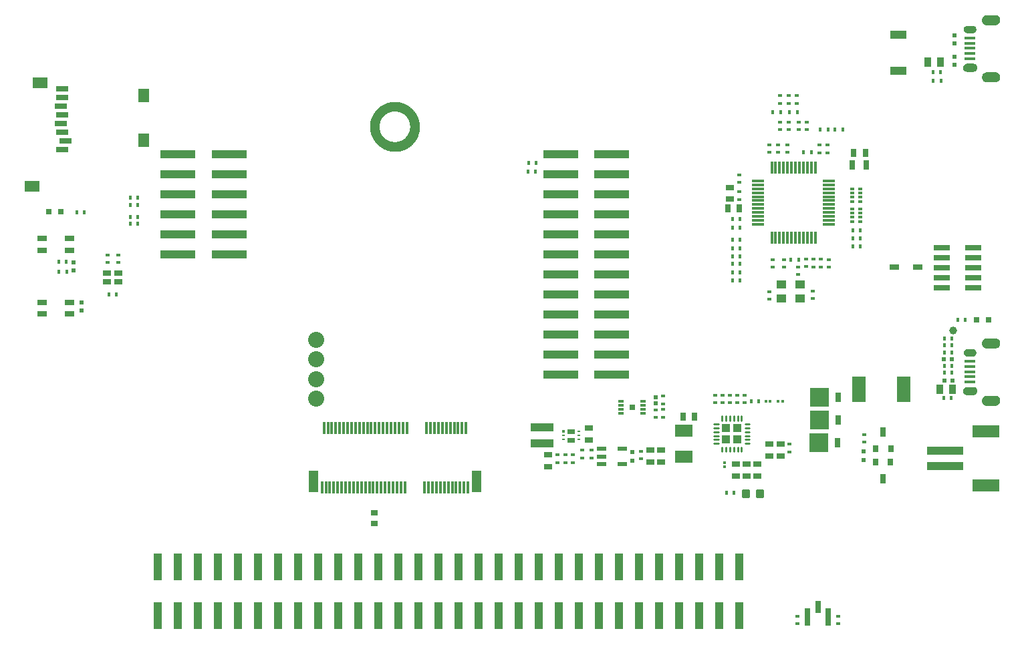
<source format=gtp>
G75*
%MOIN*%
%OFA0B0*%
%FSLAX25Y25*%
%IPPOS*%
%LPD*%
%AMOC8*
5,1,8,0,0,1.08239X$1,22.5*
%
%ADD10R,0.05000X0.02500*%
%ADD11R,0.02400X0.01800*%
%ADD12R,0.01600X0.01400*%
%ADD13R,0.01800X0.02400*%
%ADD14R,0.08071X0.04331*%
%ADD15R,0.04100X0.02800*%
%ADD16R,0.02800X0.04100*%
%ADD17R,0.01772X0.02165*%
%ADD18R,0.03000X0.05000*%
%ADD19R,0.09200X0.09700*%
%ADD20C,0.01181*%
%ADD21R,0.08268X0.02756*%
%ADD22R,0.03346X0.04921*%
%ADD23R,0.01181X0.06102*%
%ADD24R,0.04724X0.10827*%
%ADD25R,0.18110X0.03937*%
%ADD26R,0.13386X0.06299*%
%ADD27R,0.03346X0.02756*%
%ADD28R,0.11811X0.03937*%
%ADD29R,0.03150X0.04724*%
%ADD30R,0.09055X0.06496*%
%ADD31R,0.02756X0.03150*%
%ADD32R,0.03150X0.08661*%
%ADD33R,0.02874X0.05906*%
%ADD34R,0.03150X0.03740*%
%ADD35R,0.03150X0.04921*%
%ADD36R,0.02165X0.01772*%
%ADD37R,0.01400X0.01600*%
%ADD38R,0.07087X0.12598*%
%ADD39R,0.02362X0.02362*%
%ADD40R,0.03937X0.03150*%
%ADD41R,0.01969X0.01575*%
%ADD42R,0.01969X0.01181*%
%ADD43C,0.03937*%
%ADD44R,0.01181X0.05906*%
%ADD45R,0.05906X0.01181*%
%ADD46C,0.00906*%
%ADD47R,0.04331X0.04331*%
%ADD48R,0.04724X0.02165*%
%ADD49R,0.01772X0.01378*%
%ADD50R,0.01772X0.00984*%
%ADD51C,0.00039*%
%ADD52R,0.05512X0.01575*%
%ADD53C,0.00100*%
%ADD54R,0.05906X0.03150*%
%ADD55R,0.07480X0.05512*%
%ADD56R,0.05512X0.07087*%
%ADD57R,0.04724X0.04331*%
%ADD58R,0.03937X0.13780*%
%ADD59C,0.08000*%
%ADD60R,0.03150X0.01181*%
%ADD61R,0.02600X0.02600*%
%ADD62R,0.02362X0.02165*%
%ADD63R,0.17717X0.04016*%
%ADD64R,0.04724X0.02756*%
%ADD65R,0.01969X0.01969*%
%ADD66C,0.04500*%
D10*
X0011433Y0172714D03*
X0011433Y0178639D03*
X0025213Y0178639D03*
X0025213Y0172714D03*
X0025213Y0204604D03*
X0025213Y0210529D03*
X0011433Y0210529D03*
X0011433Y0204604D03*
D11*
X0268611Y0102354D03*
X0268611Y0098554D03*
X0272411Y0098554D03*
X0272411Y0102354D03*
X0276311Y0102354D03*
X0276311Y0098554D03*
X0281011Y0100954D03*
X0281011Y0104754D03*
X0285611Y0104754D03*
X0285611Y0100954D03*
X0310311Y0100354D03*
X0310311Y0104154D03*
X0317397Y0121195D03*
X0321111Y0121254D03*
X0321111Y0125054D03*
X0321177Y0127913D03*
X0321177Y0131713D03*
X0317397Y0124995D03*
X0347211Y0128354D03*
X0350811Y0128354D03*
X0354511Y0128354D03*
X0358311Y0128354D03*
X0361911Y0128354D03*
X0361911Y0132154D03*
X0358311Y0132154D03*
X0354511Y0132154D03*
X0350811Y0132154D03*
X0347211Y0132154D03*
X0384311Y0107754D03*
X0384311Y0103954D03*
X0374111Y0180054D03*
X0374111Y0183854D03*
X0376011Y0196154D03*
X0376011Y0199954D03*
X0381411Y0199954D03*
X0381411Y0196154D03*
X0392498Y0196354D03*
X0396270Y0196280D03*
X0399894Y0196256D03*
X0399894Y0200056D03*
X0396270Y0200080D03*
X0392498Y0200154D03*
X0403993Y0199954D03*
X0403993Y0196154D03*
X0396011Y0184154D03*
X0396011Y0180354D03*
X0359211Y0229954D03*
X0359211Y0233754D03*
X0359211Y0238354D03*
X0359211Y0242154D03*
X0374211Y0253354D03*
X0374211Y0257154D03*
X0378411Y0257154D03*
X0378411Y0253354D03*
X0383211Y0253354D03*
X0383211Y0257154D03*
X0383811Y0264754D03*
X0383811Y0268554D03*
X0379611Y0268554D03*
X0379611Y0264754D03*
X0388911Y0264854D03*
X0388911Y0268654D03*
X0392811Y0268654D03*
X0392811Y0264854D03*
X0399211Y0257054D03*
X0399211Y0253254D03*
X0403211Y0253254D03*
X0403211Y0257054D03*
X0388011Y0277954D03*
X0388011Y0281754D03*
X0383811Y0281754D03*
X0383811Y0277954D03*
X0379611Y0277954D03*
X0379611Y0281754D03*
D12*
X0352011Y0098554D03*
X0352011Y0096354D03*
D13*
X0352811Y0083554D03*
X0356611Y0083554D03*
X0365194Y0129059D03*
X0368994Y0129059D03*
X0359511Y0189496D03*
X0355711Y0189496D03*
X0355711Y0193621D03*
X0359511Y0193621D03*
X0359511Y0197708D03*
X0355711Y0197708D03*
X0355799Y0201661D03*
X0359599Y0201661D03*
X0359511Y0205654D03*
X0355711Y0205654D03*
X0355711Y0209854D03*
X0359511Y0209854D03*
X0359511Y0215854D03*
X0355711Y0215854D03*
X0355711Y0220054D03*
X0359511Y0220054D03*
X0384911Y0199954D03*
X0388711Y0199954D03*
X0415811Y0206354D03*
X0419611Y0206354D03*
X0419511Y0210454D03*
X0415711Y0210454D03*
X0415711Y0214654D03*
X0419511Y0214654D03*
X0395111Y0253654D03*
X0391311Y0253654D03*
X0399611Y0264954D03*
X0403411Y0264954D03*
X0406911Y0264954D03*
X0410711Y0264954D03*
X0388111Y0273454D03*
X0384311Y0273454D03*
X0379711Y0273454D03*
X0375911Y0273454D03*
X0455911Y0289054D03*
X0459711Y0289054D03*
X0023666Y0198897D03*
X0019866Y0198897D03*
D14*
X0438523Y0294234D03*
X0438523Y0312226D03*
D15*
X0354511Y0236004D03*
X0354511Y0230104D03*
X0284211Y0115904D03*
X0284211Y0110004D03*
X0263811Y0102504D03*
X0263811Y0096604D03*
X0314711Y0098804D03*
X0320111Y0098904D03*
X0320111Y0104804D03*
X0314711Y0104704D03*
X0357411Y0097804D03*
X0362694Y0097804D03*
X0368211Y0097804D03*
X0368211Y0091904D03*
X0362694Y0091904D03*
X0357411Y0091904D03*
X0374076Y0101960D03*
X0379876Y0101960D03*
X0379876Y0107860D03*
X0374076Y0107860D03*
D16*
X0336961Y0121454D03*
X0331061Y0121454D03*
X0353361Y0225454D03*
X0359261Y0225454D03*
X0416161Y0253254D03*
X0422061Y0253254D03*
D17*
X0455861Y0293554D03*
X0459561Y0293554D03*
X0468161Y0169754D03*
X0471861Y0169754D03*
X0465261Y0160454D03*
X0465261Y0157054D03*
X0465261Y0153654D03*
X0461561Y0153654D03*
X0461561Y0157054D03*
X0461561Y0160454D03*
X0461461Y0146854D03*
X0461461Y0143354D03*
X0465161Y0143354D03*
X0465161Y0146854D03*
X0464861Y0130854D03*
X0461161Y0130854D03*
X0257621Y0243970D03*
X0253920Y0243970D03*
X0254020Y0248149D03*
X0257721Y0248149D03*
X0059214Y0230906D03*
X0055513Y0230906D03*
X0055513Y0227046D03*
X0059214Y0227046D03*
X0059114Y0221019D03*
X0059158Y0217740D03*
X0055457Y0217740D03*
X0055413Y0221019D03*
X0032658Y0223557D03*
X0028957Y0223557D03*
X0023717Y0193897D03*
X0020016Y0193897D03*
X0044716Y0182511D03*
X0048417Y0182511D03*
D18*
X0408160Y0108495D03*
X0408419Y0119861D03*
X0408395Y0131084D03*
D19*
X0399145Y0131084D03*
X0399169Y0119861D03*
X0398910Y0108495D03*
D20*
X0368086Y0084432D02*
X0368086Y0081676D01*
X0368086Y0084432D02*
X0370842Y0084432D01*
X0370842Y0081676D01*
X0368086Y0081676D01*
X0368086Y0082798D02*
X0370842Y0082798D01*
X0370842Y0083920D02*
X0368086Y0083920D01*
X0361180Y0084432D02*
X0361180Y0081676D01*
X0361180Y0084432D02*
X0363936Y0084432D01*
X0363936Y0081676D01*
X0361180Y0081676D01*
X0361180Y0082798D02*
X0363936Y0082798D01*
X0363936Y0083920D02*
X0361180Y0083920D01*
D21*
X0460063Y0185768D03*
X0460063Y0190768D03*
X0460063Y0195768D03*
X0460063Y0200768D03*
X0460063Y0205768D03*
X0475811Y0205768D03*
X0475811Y0200768D03*
X0475811Y0195768D03*
X0475811Y0190768D03*
X0475811Y0185768D03*
D22*
X0465361Y0135254D03*
X0459061Y0135254D03*
X0459561Y0298454D03*
X0453261Y0298454D03*
D23*
X0222929Y0115893D03*
X0220961Y0115893D03*
X0218992Y0115893D03*
X0217024Y0115893D03*
X0215055Y0115893D03*
X0213087Y0115893D03*
X0211118Y0115893D03*
X0209150Y0115893D03*
X0207181Y0115893D03*
X0205213Y0115893D03*
X0203244Y0115893D03*
X0193402Y0115893D03*
X0191433Y0115893D03*
X0189465Y0115893D03*
X0187496Y0115893D03*
X0185528Y0115893D03*
X0183559Y0115893D03*
X0181591Y0115893D03*
X0179622Y0115893D03*
X0177654Y0115893D03*
X0175685Y0115893D03*
X0173717Y0115893D03*
X0171748Y0115893D03*
X0169780Y0115893D03*
X0167811Y0115893D03*
X0165843Y0115893D03*
X0163874Y0115893D03*
X0161906Y0115893D03*
X0159937Y0115893D03*
X0157969Y0115893D03*
X0156000Y0115893D03*
X0154031Y0115893D03*
X0152063Y0115893D03*
X0151079Y0086169D03*
X0153047Y0086169D03*
X0155016Y0086169D03*
X0156984Y0086169D03*
X0158953Y0086169D03*
X0160921Y0086169D03*
X0162890Y0086169D03*
X0164858Y0086169D03*
X0166827Y0086169D03*
X0168795Y0086169D03*
X0170764Y0086169D03*
X0172732Y0086169D03*
X0174701Y0086169D03*
X0176669Y0086169D03*
X0178638Y0086169D03*
X0180606Y0086169D03*
X0182575Y0086169D03*
X0184543Y0086169D03*
X0186512Y0086169D03*
X0188480Y0086169D03*
X0190449Y0086169D03*
X0192417Y0086169D03*
X0202260Y0086169D03*
X0204228Y0086169D03*
X0206197Y0086169D03*
X0208165Y0086169D03*
X0210134Y0086169D03*
X0212102Y0086169D03*
X0214071Y0086169D03*
X0216039Y0086169D03*
X0218008Y0086169D03*
X0219976Y0086169D03*
X0221945Y0086169D03*
X0223913Y0086169D03*
D24*
X0228244Y0089220D03*
X0146748Y0089220D03*
D25*
X0461872Y0096706D03*
X0461872Y0104580D03*
D26*
X0482344Y0114029D03*
X0482344Y0087258D03*
D27*
X0177043Y0073395D03*
X0177043Y0068276D03*
D28*
X0261008Y0108205D03*
X0261008Y0116079D03*
D29*
X0415468Y0247254D03*
X0422554Y0247254D03*
D30*
X0331480Y0114673D03*
X0331480Y0101681D03*
D31*
X0477658Y0169854D03*
X0483564Y0169854D03*
X0020880Y0223744D03*
X0014975Y0223744D03*
D32*
X0393056Y0021387D03*
X0403686Y0021387D03*
D33*
X0398371Y0026426D03*
D34*
X0427180Y0098935D03*
X0427271Y0105417D03*
X0434751Y0105417D03*
X0434661Y0098935D03*
D35*
X0430920Y0090470D03*
X0431011Y0113882D03*
D36*
X0421411Y0112505D03*
X0421411Y0108804D03*
X0388611Y0192404D03*
X0388611Y0196105D03*
X0388311Y0021892D03*
X0388311Y0018191D03*
X0408557Y0018191D03*
X0408557Y0021892D03*
X0049619Y0198625D03*
X0049619Y0202326D03*
X0044107Y0202326D03*
X0044107Y0198625D03*
D37*
X0372394Y0129049D03*
X0374594Y0129049D03*
X0378594Y0129088D03*
X0380794Y0129088D03*
D38*
X0418973Y0135250D03*
X0441020Y0135250D03*
D39*
X0421311Y0104120D03*
X0421311Y0099789D03*
X0306011Y0099389D03*
X0306011Y0103720D03*
D40*
X0049616Y0188716D03*
X0049616Y0193047D03*
X0043710Y0193047D03*
X0043710Y0188716D03*
D41*
X0415443Y0218905D03*
X0419380Y0218905D03*
X0419380Y0225204D03*
X0419380Y0228905D03*
X0415443Y0228905D03*
X0415443Y0225204D03*
X0415443Y0235204D03*
X0419380Y0235204D03*
D42*
X0419380Y0233039D03*
X0419380Y0231070D03*
X0415443Y0231070D03*
X0415443Y0233039D03*
X0415443Y0223039D03*
X0415443Y0221070D03*
X0419380Y0221070D03*
X0419380Y0223039D03*
D43*
X0465711Y0164454D03*
D44*
X0397022Y0210854D03*
X0395054Y0210854D03*
X0393085Y0210854D03*
X0391117Y0210854D03*
X0389148Y0210854D03*
X0387180Y0210854D03*
X0385211Y0210854D03*
X0383243Y0210854D03*
X0381274Y0210854D03*
X0379306Y0210854D03*
X0377337Y0210854D03*
X0375369Y0210854D03*
X0375369Y0245894D03*
X0377337Y0245894D03*
X0379306Y0245894D03*
X0381274Y0245894D03*
X0383243Y0245894D03*
X0385211Y0245894D03*
X0387180Y0245894D03*
X0389148Y0245894D03*
X0391117Y0245894D03*
X0393085Y0245894D03*
X0395054Y0245894D03*
X0397022Y0245894D03*
D45*
X0403715Y0239201D03*
X0403715Y0237232D03*
X0403715Y0235264D03*
X0403715Y0233295D03*
X0403715Y0231327D03*
X0403715Y0229358D03*
X0403715Y0227390D03*
X0403715Y0225421D03*
X0403715Y0223453D03*
X0403715Y0221484D03*
X0403715Y0219516D03*
X0403715Y0217547D03*
X0368676Y0217547D03*
X0368676Y0219516D03*
X0368676Y0221484D03*
X0368676Y0223453D03*
X0368676Y0225421D03*
X0368676Y0227390D03*
X0368676Y0229358D03*
X0368676Y0231327D03*
X0368676Y0233295D03*
X0368676Y0235264D03*
X0368676Y0237232D03*
X0368676Y0239201D03*
D46*
X0360331Y0121843D02*
X0360331Y0119678D01*
X0358362Y0119678D02*
X0358362Y0121843D01*
X0356394Y0121843D02*
X0356394Y0119678D01*
X0354425Y0119678D02*
X0354425Y0121843D01*
X0352457Y0121843D02*
X0352457Y0119678D01*
X0350488Y0119678D02*
X0350488Y0121843D01*
X0348717Y0117906D02*
X0346551Y0117906D01*
X0346551Y0115938D02*
X0348717Y0115938D01*
X0348717Y0113969D02*
X0346551Y0113969D01*
X0346551Y0112001D02*
X0348717Y0112001D01*
X0348717Y0110032D02*
X0346551Y0110032D01*
X0346551Y0108064D02*
X0348717Y0108064D01*
X0350488Y0106292D02*
X0350488Y0104127D01*
X0352457Y0104127D02*
X0352457Y0106292D01*
X0354425Y0106292D02*
X0354425Y0104127D01*
X0356394Y0104127D02*
X0356394Y0106292D01*
X0358362Y0106292D02*
X0358362Y0104127D01*
X0360331Y0104127D02*
X0360331Y0106292D01*
X0362102Y0108064D02*
X0364268Y0108064D01*
X0364268Y0110032D02*
X0362102Y0110032D01*
X0362102Y0112001D02*
X0364268Y0112001D01*
X0364268Y0113969D02*
X0362102Y0113969D01*
X0362102Y0115938D02*
X0364268Y0115938D01*
X0364268Y0117906D02*
X0362102Y0117906D01*
D47*
X0358165Y0115741D03*
X0352654Y0115741D03*
X0352654Y0110229D03*
X0358165Y0110229D03*
D48*
X0300729Y0105395D03*
X0300729Y0097914D03*
X0290493Y0097914D03*
X0290493Y0101654D03*
X0290493Y0105395D03*
D49*
X0271372Y0114220D03*
D50*
X0271372Y0112054D03*
X0271372Y0110086D03*
X0279050Y0110086D03*
X0279050Y0112054D03*
X0279050Y0114023D03*
D51*
X0276983Y0114009D02*
X0273439Y0114009D01*
X0273439Y0114047D02*
X0276983Y0114047D01*
X0276983Y0114085D02*
X0273439Y0114085D01*
X0273439Y0114123D02*
X0276983Y0114123D01*
X0276983Y0114160D02*
X0273439Y0114160D01*
X0273439Y0114198D02*
X0276983Y0114198D01*
X0276983Y0114236D02*
X0273439Y0114236D01*
X0273439Y0114274D02*
X0276983Y0114274D01*
X0276983Y0114312D02*
X0273439Y0114312D01*
X0273439Y0114350D02*
X0276983Y0114350D01*
X0276983Y0114388D02*
X0273439Y0114388D01*
X0273439Y0114426D02*
X0276983Y0114426D01*
X0276983Y0114463D02*
X0273439Y0114463D01*
X0273439Y0114501D02*
X0276983Y0114501D01*
X0276983Y0114539D02*
X0273439Y0114539D01*
X0273439Y0114577D02*
X0276983Y0114577D01*
X0276983Y0114615D02*
X0273439Y0114615D01*
X0273439Y0114653D02*
X0276983Y0114653D01*
X0276983Y0114691D02*
X0273439Y0114691D01*
X0273439Y0114729D02*
X0276983Y0114729D01*
X0276983Y0114766D02*
X0273439Y0114766D01*
X0273439Y0114804D02*
X0276983Y0114804D01*
X0276983Y0114810D02*
X0276983Y0113236D01*
X0273439Y0113236D01*
X0273439Y0114810D01*
X0273636Y0114810D01*
X0273636Y0115204D01*
X0276786Y0115204D01*
X0276786Y0114810D01*
X0276983Y0114810D01*
X0276786Y0114842D02*
X0273636Y0114842D01*
X0273636Y0114880D02*
X0276786Y0114880D01*
X0276786Y0114918D02*
X0273636Y0114918D01*
X0273636Y0114956D02*
X0276786Y0114956D01*
X0276786Y0114994D02*
X0273636Y0114994D01*
X0273636Y0115032D02*
X0276786Y0115032D01*
X0276786Y0115070D02*
X0273636Y0115070D01*
X0273636Y0115107D02*
X0276786Y0115107D01*
X0276786Y0115145D02*
X0273636Y0115145D01*
X0273636Y0115183D02*
X0276786Y0115183D01*
X0276983Y0113971D02*
X0273439Y0113971D01*
X0273439Y0113933D02*
X0276983Y0113933D01*
X0276983Y0113895D02*
X0273439Y0113895D01*
X0273439Y0113857D02*
X0276983Y0113857D01*
X0276983Y0113819D02*
X0273439Y0113819D01*
X0273439Y0113782D02*
X0276983Y0113782D01*
X0276983Y0113744D02*
X0273439Y0113744D01*
X0273439Y0113706D02*
X0276983Y0113706D01*
X0276983Y0113668D02*
X0273439Y0113668D01*
X0273439Y0113630D02*
X0276983Y0113630D01*
X0276983Y0113592D02*
X0273439Y0113592D01*
X0273439Y0113554D02*
X0276983Y0113554D01*
X0276983Y0113516D02*
X0273439Y0113516D01*
X0273439Y0113479D02*
X0276983Y0113479D01*
X0276983Y0113441D02*
X0273439Y0113441D01*
X0273439Y0113403D02*
X0276983Y0113403D01*
X0276983Y0113365D02*
X0273439Y0113365D01*
X0273439Y0113327D02*
X0276983Y0113327D01*
X0276983Y0113289D02*
X0273439Y0113289D01*
X0273439Y0113251D02*
X0276983Y0113251D01*
X0276983Y0110873D02*
X0273439Y0110873D01*
X0273439Y0109299D01*
X0273636Y0109299D01*
X0273636Y0108905D01*
X0276786Y0108905D01*
X0276786Y0109299D01*
X0276983Y0109299D01*
X0276983Y0110873D01*
X0276983Y0110865D02*
X0273439Y0110865D01*
X0273439Y0110827D02*
X0276983Y0110827D01*
X0276983Y0110789D02*
X0273439Y0110789D01*
X0273439Y0110751D02*
X0276983Y0110751D01*
X0276983Y0110713D02*
X0273439Y0110713D01*
X0273439Y0110675D02*
X0276983Y0110675D01*
X0276983Y0110637D02*
X0273439Y0110637D01*
X0273439Y0110600D02*
X0276983Y0110600D01*
X0276983Y0110562D02*
X0273439Y0110562D01*
X0273439Y0110524D02*
X0276983Y0110524D01*
X0276983Y0110486D02*
X0273439Y0110486D01*
X0273439Y0110448D02*
X0276983Y0110448D01*
X0276983Y0110410D02*
X0273439Y0110410D01*
X0273439Y0110372D02*
X0276983Y0110372D01*
X0276983Y0110334D02*
X0273439Y0110334D01*
X0273439Y0110296D02*
X0276983Y0110296D01*
X0276983Y0110259D02*
X0273439Y0110259D01*
X0273439Y0110221D02*
X0276983Y0110221D01*
X0276983Y0110183D02*
X0273439Y0110183D01*
X0273439Y0110145D02*
X0276983Y0110145D01*
X0276983Y0110107D02*
X0273439Y0110107D01*
X0273439Y0110069D02*
X0276983Y0110069D01*
X0276983Y0110031D02*
X0273439Y0110031D01*
X0273439Y0109993D02*
X0276983Y0109993D01*
X0276983Y0109956D02*
X0273439Y0109956D01*
X0273439Y0109918D02*
X0276983Y0109918D01*
X0276983Y0109880D02*
X0273439Y0109880D01*
X0273439Y0109842D02*
X0276983Y0109842D01*
X0276983Y0109804D02*
X0273439Y0109804D01*
X0273439Y0109766D02*
X0276983Y0109766D01*
X0276983Y0109728D02*
X0273439Y0109728D01*
X0273439Y0109690D02*
X0276983Y0109690D01*
X0276983Y0109652D02*
X0273439Y0109652D01*
X0273439Y0109615D02*
X0276983Y0109615D01*
X0276983Y0109577D02*
X0273439Y0109577D01*
X0273439Y0109539D02*
X0276983Y0109539D01*
X0276983Y0109501D02*
X0273439Y0109501D01*
X0273439Y0109463D02*
X0276983Y0109463D01*
X0276983Y0109425D02*
X0273439Y0109425D01*
X0273439Y0109387D02*
X0276983Y0109387D01*
X0276983Y0109349D02*
X0273439Y0109349D01*
X0273439Y0109312D02*
X0276983Y0109312D01*
X0276786Y0109274D02*
X0273636Y0109274D01*
X0273636Y0109236D02*
X0276786Y0109236D01*
X0276786Y0109198D02*
X0273636Y0109198D01*
X0273636Y0109160D02*
X0276786Y0109160D01*
X0276786Y0109122D02*
X0273636Y0109122D01*
X0273636Y0109084D02*
X0276786Y0109084D01*
X0276786Y0109046D02*
X0273636Y0109046D01*
X0273636Y0109009D02*
X0276786Y0109009D01*
X0276786Y0108971D02*
X0273636Y0108971D01*
X0273636Y0108933D02*
X0276786Y0108933D01*
D52*
X0474131Y0138869D03*
X0474131Y0141428D03*
X0474131Y0143987D03*
X0474131Y0146546D03*
X0474131Y0149105D03*
X0474131Y0300286D03*
X0474131Y0302845D03*
X0474131Y0305404D03*
X0474131Y0307963D03*
X0474131Y0310522D03*
D53*
X0472737Y0313304D02*
X0472381Y0313344D01*
X0472043Y0313463D01*
X0471739Y0313653D01*
X0471486Y0313906D01*
X0471295Y0314210D01*
X0471177Y0314548D01*
X0471137Y0314904D01*
X0471180Y0315282D01*
X0471305Y0315642D01*
X0471508Y0315964D01*
X0471777Y0316233D01*
X0472099Y0316436D01*
X0472459Y0316561D01*
X0472837Y0316604D01*
X0475637Y0316604D01*
X0475949Y0316569D01*
X0476244Y0316465D01*
X0476510Y0316299D01*
X0476732Y0316077D01*
X0476898Y0315811D01*
X0477002Y0315516D01*
X0477037Y0315204D01*
X0477037Y0314704D01*
X0477002Y0314393D01*
X0476898Y0314097D01*
X0476732Y0313831D01*
X0476510Y0313609D01*
X0476244Y0313443D01*
X0475949Y0313339D01*
X0475637Y0313304D01*
X0472737Y0313304D01*
X0472365Y0313350D02*
X0475979Y0313350D01*
X0476253Y0313448D02*
X0472083Y0313448D01*
X0471908Y0313547D02*
X0476410Y0313547D01*
X0476546Y0313645D02*
X0471752Y0313645D01*
X0471649Y0313744D02*
X0476644Y0313744D01*
X0476739Y0313842D02*
X0471550Y0313842D01*
X0471464Y0313941D02*
X0476801Y0313941D01*
X0476862Y0314039D02*
X0471403Y0314039D01*
X0471341Y0314138D02*
X0476913Y0314138D01*
X0476947Y0314236D02*
X0471286Y0314236D01*
X0471252Y0314335D02*
X0476982Y0314335D01*
X0477007Y0314433D02*
X0471217Y0314433D01*
X0471183Y0314532D02*
X0477018Y0314532D01*
X0477029Y0314631D02*
X0471168Y0314631D01*
X0471157Y0314729D02*
X0477037Y0314729D01*
X0477037Y0314828D02*
X0471146Y0314828D01*
X0471139Y0314926D02*
X0477037Y0314926D01*
X0477037Y0315025D02*
X0471151Y0315025D01*
X0471162Y0315123D02*
X0477037Y0315123D01*
X0477035Y0315222D02*
X0471173Y0315222D01*
X0471193Y0315320D02*
X0477024Y0315320D01*
X0477013Y0315419D02*
X0471227Y0315419D01*
X0471262Y0315517D02*
X0477001Y0315517D01*
X0476967Y0315616D02*
X0471296Y0315616D01*
X0471351Y0315714D02*
X0476932Y0315714D01*
X0476898Y0315813D02*
X0471413Y0315813D01*
X0471475Y0315911D02*
X0476836Y0315911D01*
X0476774Y0316010D02*
X0471554Y0316010D01*
X0471652Y0316108D02*
X0476700Y0316108D01*
X0476602Y0316207D02*
X0471751Y0316207D01*
X0471892Y0316305D02*
X0476499Y0316305D01*
X0476343Y0316404D02*
X0472049Y0316404D01*
X0472290Y0316502D02*
X0476139Y0316502D01*
X0475666Y0316601D02*
X0472808Y0316601D01*
X0480369Y0318866D02*
X0488832Y0318866D01*
X0488802Y0318768D02*
X0480399Y0318768D01*
X0480412Y0318724D02*
X0480281Y0319155D01*
X0480237Y0319604D01*
X0480283Y0320072D01*
X0480420Y0320522D01*
X0480641Y0320937D01*
X0480940Y0321301D01*
X0481304Y0321600D01*
X0481719Y0321821D01*
X0482169Y0321958D01*
X0482637Y0322004D01*
X0486737Y0322004D01*
X0487166Y0321962D01*
X0487579Y0321837D01*
X0487959Y0321633D01*
X0488293Y0321360D01*
X0488566Y0321026D01*
X0488770Y0320646D01*
X0488895Y0320233D01*
X0488937Y0319804D01*
X0488937Y0319504D01*
X0488895Y0319075D01*
X0488770Y0318662D01*
X0488566Y0318282D01*
X0488293Y0317948D01*
X0487959Y0317675D01*
X0487579Y0317472D01*
X0487166Y0317346D01*
X0486737Y0317304D01*
X0482537Y0317304D01*
X0482088Y0317348D01*
X0481657Y0317479D01*
X0481259Y0317692D01*
X0480911Y0317978D01*
X0480625Y0318326D01*
X0480412Y0318724D01*
X0480441Y0318669D02*
X0488772Y0318669D01*
X0488721Y0318571D02*
X0480494Y0318571D01*
X0480546Y0318472D02*
X0488668Y0318472D01*
X0488616Y0318374D02*
X0480599Y0318374D01*
X0480666Y0318275D02*
X0488561Y0318275D01*
X0488480Y0318177D02*
X0480747Y0318177D01*
X0480828Y0318078D02*
X0488399Y0318078D01*
X0488318Y0317980D02*
X0480909Y0317980D01*
X0481028Y0317881D02*
X0488211Y0317881D01*
X0488091Y0317783D02*
X0481148Y0317783D01*
X0481273Y0317684D02*
X0487971Y0317684D01*
X0487793Y0317586D02*
X0481457Y0317586D01*
X0481641Y0317487D02*
X0487609Y0317487D01*
X0487306Y0317389D02*
X0481955Y0317389D01*
X0480339Y0318965D02*
X0488861Y0318965D01*
X0488891Y0319064D02*
X0480309Y0319064D01*
X0480281Y0319162D02*
X0488903Y0319162D01*
X0488913Y0319261D02*
X0480271Y0319261D01*
X0480261Y0319359D02*
X0488923Y0319359D01*
X0488932Y0319458D02*
X0480251Y0319458D01*
X0480242Y0319556D02*
X0488937Y0319556D01*
X0488937Y0319655D02*
X0480242Y0319655D01*
X0480252Y0319753D02*
X0488937Y0319753D01*
X0488932Y0319852D02*
X0480261Y0319852D01*
X0480271Y0319950D02*
X0488923Y0319950D01*
X0488913Y0320049D02*
X0480281Y0320049D01*
X0480306Y0320147D02*
X0488903Y0320147D01*
X0488891Y0320246D02*
X0480336Y0320246D01*
X0480366Y0320344D02*
X0488861Y0320344D01*
X0488831Y0320443D02*
X0480395Y0320443D01*
X0480430Y0320541D02*
X0488801Y0320541D01*
X0488771Y0320640D02*
X0480482Y0320640D01*
X0480535Y0320738D02*
X0488720Y0320738D01*
X0488668Y0320837D02*
X0480588Y0320837D01*
X0480640Y0320935D02*
X0488615Y0320935D01*
X0488560Y0321034D02*
X0480721Y0321034D01*
X0480801Y0321132D02*
X0488479Y0321132D01*
X0488398Y0321231D02*
X0480882Y0321231D01*
X0480974Y0321329D02*
X0488318Y0321329D01*
X0488210Y0321428D02*
X0481094Y0321428D01*
X0481214Y0321526D02*
X0488090Y0321526D01*
X0487970Y0321625D02*
X0481351Y0321625D01*
X0481535Y0321723D02*
X0487791Y0321723D01*
X0487606Y0321822D02*
X0481720Y0321822D01*
X0482045Y0321920D02*
X0487303Y0321920D01*
X0476531Y0297546D02*
X0476835Y0297355D01*
X0477088Y0297102D01*
X0477279Y0296798D01*
X0477397Y0296460D01*
X0477437Y0296104D01*
X0477437Y0295704D01*
X0477394Y0295326D01*
X0477269Y0294966D01*
X0477066Y0294644D01*
X0476797Y0294375D01*
X0476475Y0294172D01*
X0476115Y0294047D01*
X0475737Y0294004D01*
X0472637Y0294004D01*
X0472236Y0294049D01*
X0471856Y0294182D01*
X0471515Y0294397D01*
X0471230Y0294682D01*
X0471015Y0295023D01*
X0470882Y0295404D01*
X0470837Y0295804D01*
X0470885Y0296227D01*
X0471025Y0296628D01*
X0471252Y0296989D01*
X0471552Y0297290D01*
X0471913Y0297516D01*
X0472314Y0297656D01*
X0472737Y0297704D01*
X0475837Y0297704D01*
X0476193Y0297664D01*
X0476531Y0297546D01*
X0476620Y0297490D02*
X0471871Y0297490D01*
X0471714Y0297391D02*
X0476777Y0297391D01*
X0476897Y0297293D02*
X0471557Y0297293D01*
X0471457Y0297194D02*
X0476996Y0297194D01*
X0477092Y0297095D02*
X0471358Y0297095D01*
X0471260Y0296997D02*
X0477154Y0296997D01*
X0477216Y0296898D02*
X0471195Y0296898D01*
X0471133Y0296800D02*
X0477277Y0296800D01*
X0477312Y0296701D02*
X0471071Y0296701D01*
X0471016Y0296603D02*
X0477347Y0296603D01*
X0477381Y0296504D02*
X0470982Y0296504D01*
X0470947Y0296406D02*
X0477403Y0296406D01*
X0477414Y0296307D02*
X0470913Y0296307D01*
X0470883Y0296209D02*
X0477425Y0296209D01*
X0477436Y0296110D02*
X0470872Y0296110D01*
X0470860Y0296012D02*
X0477437Y0296012D01*
X0477437Y0295913D02*
X0470849Y0295913D01*
X0470838Y0295815D02*
X0477437Y0295815D01*
X0477437Y0295716D02*
X0470847Y0295716D01*
X0470858Y0295618D02*
X0477427Y0295618D01*
X0477416Y0295519D02*
X0470869Y0295519D01*
X0470880Y0295421D02*
X0477405Y0295421D01*
X0477393Y0295322D02*
X0470911Y0295322D01*
X0470945Y0295224D02*
X0477359Y0295224D01*
X0477324Y0295125D02*
X0470980Y0295125D01*
X0471014Y0295027D02*
X0477290Y0295027D01*
X0477245Y0294928D02*
X0471075Y0294928D01*
X0471137Y0294830D02*
X0477183Y0294830D01*
X0477121Y0294731D02*
X0471199Y0294731D01*
X0471279Y0294633D02*
X0477055Y0294633D01*
X0476956Y0294534D02*
X0471377Y0294534D01*
X0471476Y0294436D02*
X0476858Y0294436D01*
X0476737Y0294337D02*
X0471610Y0294337D01*
X0471766Y0294239D02*
X0476580Y0294239D01*
X0476382Y0294140D02*
X0471976Y0294140D01*
X0472303Y0294042D02*
X0476071Y0294042D01*
X0476410Y0297588D02*
X0472119Y0297588D01*
X0472582Y0297687D02*
X0475992Y0297687D01*
X0480940Y0292701D02*
X0481304Y0293000D01*
X0481719Y0293221D01*
X0482169Y0293358D01*
X0482637Y0293404D01*
X0486737Y0293404D01*
X0487166Y0293362D01*
X0487579Y0293237D01*
X0487959Y0293033D01*
X0488293Y0292760D01*
X0488566Y0292426D01*
X0488770Y0292046D01*
X0488895Y0291633D01*
X0488937Y0291204D01*
X0488937Y0290904D01*
X0488895Y0290475D01*
X0488770Y0290062D01*
X0488566Y0289682D01*
X0488293Y0289348D01*
X0487959Y0289075D01*
X0487579Y0288872D01*
X0487166Y0288746D01*
X0486737Y0288704D01*
X0482537Y0288704D01*
X0482088Y0288748D01*
X0481657Y0288879D01*
X0481259Y0289092D01*
X0480911Y0289378D01*
X0480625Y0289726D01*
X0480412Y0290124D01*
X0480281Y0290555D01*
X0480237Y0291004D01*
X0480283Y0291472D01*
X0480420Y0291922D01*
X0480641Y0292337D01*
X0480940Y0292701D01*
X0480908Y0292662D02*
X0488372Y0292662D01*
X0488453Y0292564D02*
X0480827Y0292564D01*
X0480747Y0292465D02*
X0488534Y0292465D01*
X0488598Y0292367D02*
X0480666Y0292367D01*
X0480605Y0292268D02*
X0488651Y0292268D01*
X0488703Y0292170D02*
X0480552Y0292170D01*
X0480499Y0292071D02*
X0488756Y0292071D01*
X0488792Y0291973D02*
X0480447Y0291973D01*
X0480405Y0291874D02*
X0488822Y0291874D01*
X0488851Y0291776D02*
X0480375Y0291776D01*
X0480345Y0291677D02*
X0488881Y0291677D01*
X0488900Y0291579D02*
X0480315Y0291579D01*
X0480286Y0291480D02*
X0488910Y0291480D01*
X0488919Y0291382D02*
X0480274Y0291382D01*
X0480265Y0291283D02*
X0488929Y0291283D01*
X0488937Y0291185D02*
X0480255Y0291185D01*
X0480245Y0291086D02*
X0488937Y0291086D01*
X0488937Y0290988D02*
X0480239Y0290988D01*
X0480248Y0290889D02*
X0488936Y0290889D01*
X0488926Y0290791D02*
X0480258Y0290791D01*
X0480268Y0290692D02*
X0488916Y0290692D01*
X0488906Y0290594D02*
X0480277Y0290594D01*
X0480299Y0290495D02*
X0488897Y0290495D01*
X0488871Y0290397D02*
X0480329Y0290397D01*
X0480359Y0290298D02*
X0488841Y0290298D01*
X0488811Y0290200D02*
X0480389Y0290200D01*
X0480424Y0290101D02*
X0488781Y0290101D01*
X0488738Y0290003D02*
X0480477Y0290003D01*
X0480530Y0289904D02*
X0488685Y0289904D01*
X0488632Y0289806D02*
X0480582Y0289806D01*
X0480640Y0289707D02*
X0488580Y0289707D01*
X0488506Y0289609D02*
X0480721Y0289609D01*
X0480802Y0289510D02*
X0488425Y0289510D01*
X0488345Y0289412D02*
X0480883Y0289412D01*
X0480989Y0289313D02*
X0488250Y0289313D01*
X0488130Y0289215D02*
X0481109Y0289215D01*
X0481229Y0289116D02*
X0488010Y0289116D01*
X0487852Y0289018D02*
X0481398Y0289018D01*
X0481582Y0288919D02*
X0487668Y0288919D01*
X0487411Y0288821D02*
X0481850Y0288821D01*
X0482354Y0288722D02*
X0486920Y0288722D01*
X0488291Y0292761D02*
X0481013Y0292761D01*
X0481133Y0292860D02*
X0488171Y0292860D01*
X0488051Y0292958D02*
X0481253Y0292958D01*
X0481410Y0293057D02*
X0487916Y0293057D01*
X0487731Y0293155D02*
X0481595Y0293155D01*
X0481825Y0293254D02*
X0487523Y0293254D01*
X0487198Y0293352D02*
X0482149Y0293352D01*
X0482637Y0160587D02*
X0486737Y0160587D01*
X0487166Y0160544D01*
X0487579Y0160419D01*
X0487959Y0160216D01*
X0488293Y0159942D01*
X0488566Y0159609D01*
X0488770Y0159229D01*
X0488895Y0158816D01*
X0488937Y0158387D01*
X0488937Y0158087D01*
X0488895Y0157658D01*
X0488770Y0157245D01*
X0488566Y0156864D01*
X0488293Y0156531D01*
X0487959Y0156257D01*
X0487579Y0156054D01*
X0487166Y0155929D01*
X0486737Y0155887D01*
X0482537Y0155887D01*
X0482088Y0155931D01*
X0481657Y0156062D01*
X0481259Y0156274D01*
X0480911Y0156560D01*
X0480625Y0156909D01*
X0480412Y0157307D01*
X0480281Y0157738D01*
X0480237Y0158187D01*
X0480283Y0158655D01*
X0480420Y0159105D01*
X0480641Y0159520D01*
X0480940Y0159884D01*
X0481304Y0160182D01*
X0481719Y0160404D01*
X0482169Y0160541D01*
X0482637Y0160587D01*
X0482354Y0160559D02*
X0487020Y0160559D01*
X0487444Y0160460D02*
X0481904Y0160460D01*
X0481640Y0160362D02*
X0487686Y0160362D01*
X0487871Y0160263D02*
X0481455Y0160263D01*
X0481282Y0160165D02*
X0488022Y0160165D01*
X0488142Y0160066D02*
X0481162Y0160066D01*
X0481042Y0159968D02*
X0488262Y0159968D01*
X0488353Y0159869D02*
X0480928Y0159869D01*
X0480847Y0159771D02*
X0488434Y0159771D01*
X0488514Y0159672D02*
X0480766Y0159672D01*
X0480685Y0159574D02*
X0488585Y0159574D01*
X0488638Y0159475D02*
X0480617Y0159475D01*
X0480565Y0159377D02*
X0488690Y0159377D01*
X0488743Y0159278D02*
X0480512Y0159278D01*
X0480460Y0159180D02*
X0488784Y0159180D01*
X0488814Y0159081D02*
X0480412Y0159081D01*
X0480383Y0158983D02*
X0488844Y0158983D01*
X0488874Y0158884D02*
X0480353Y0158884D01*
X0480323Y0158786D02*
X0488898Y0158786D01*
X0488907Y0158687D02*
X0480293Y0158687D01*
X0480277Y0158589D02*
X0488917Y0158589D01*
X0488927Y0158490D02*
X0480267Y0158490D01*
X0480257Y0158392D02*
X0488937Y0158392D01*
X0488937Y0158293D02*
X0480247Y0158293D01*
X0480238Y0158195D02*
X0488937Y0158195D01*
X0488937Y0158096D02*
X0480246Y0158096D01*
X0480256Y0157998D02*
X0488928Y0157998D01*
X0488919Y0157899D02*
X0480265Y0157899D01*
X0480275Y0157800D02*
X0488909Y0157800D01*
X0488899Y0157702D02*
X0480292Y0157702D01*
X0480322Y0157603D02*
X0488878Y0157603D01*
X0488848Y0157505D02*
X0480352Y0157505D01*
X0480382Y0157406D02*
X0488819Y0157406D01*
X0488789Y0157308D02*
X0480412Y0157308D01*
X0480464Y0157209D02*
X0488751Y0157209D01*
X0488698Y0157111D02*
X0480517Y0157111D01*
X0480569Y0157012D02*
X0488645Y0157012D01*
X0488593Y0156914D02*
X0480622Y0156914D01*
X0480701Y0156815D02*
X0488526Y0156815D01*
X0488445Y0156717D02*
X0480782Y0156717D01*
X0480863Y0156618D02*
X0488364Y0156618D01*
X0488279Y0156520D02*
X0480960Y0156520D01*
X0481080Y0156421D02*
X0488159Y0156421D01*
X0488039Y0156323D02*
X0481200Y0156323D01*
X0481353Y0156224D02*
X0487897Y0156224D01*
X0487713Y0156126D02*
X0481537Y0156126D01*
X0481771Y0156027D02*
X0487490Y0156027D01*
X0487164Y0155929D02*
X0482110Y0155929D01*
X0476982Y0154156D02*
X0471281Y0154156D01*
X0471305Y0154224D02*
X0471508Y0154547D01*
X0471777Y0154816D01*
X0472099Y0155018D01*
X0472459Y0155144D01*
X0472837Y0155187D01*
X0475637Y0155187D01*
X0475949Y0155152D01*
X0476244Y0155048D01*
X0476510Y0154881D01*
X0476732Y0154660D01*
X0476898Y0154394D01*
X0477002Y0154098D01*
X0477037Y0153787D01*
X0477037Y0153287D01*
X0477002Y0152975D01*
X0476898Y0152679D01*
X0476732Y0152414D01*
X0476510Y0152192D01*
X0476244Y0152025D01*
X0475949Y0151922D01*
X0475637Y0151887D01*
X0472737Y0151887D01*
X0472381Y0151927D01*
X0472043Y0152045D01*
X0471739Y0152236D01*
X0471486Y0152489D01*
X0471295Y0152793D01*
X0471177Y0153131D01*
X0471137Y0153487D01*
X0471180Y0153865D01*
X0471305Y0154224D01*
X0471324Y0154254D02*
X0476947Y0154254D01*
X0476913Y0154353D02*
X0471386Y0154353D01*
X0471448Y0154451D02*
X0476863Y0154451D01*
X0476801Y0154550D02*
X0471511Y0154550D01*
X0471609Y0154648D02*
X0476739Y0154648D01*
X0476645Y0154747D02*
X0471708Y0154747D01*
X0471824Y0154845D02*
X0476546Y0154845D01*
X0476411Y0154944D02*
X0471981Y0154944D01*
X0472167Y0155042D02*
X0476254Y0155042D01*
X0475980Y0155141D02*
X0472449Y0155141D01*
X0471247Y0154057D02*
X0477007Y0154057D01*
X0477018Y0153959D02*
X0471212Y0153959D01*
X0471179Y0153860D02*
X0477029Y0153860D01*
X0477037Y0153762D02*
X0471168Y0153762D01*
X0471157Y0153663D02*
X0477037Y0153663D01*
X0477037Y0153565D02*
X0471146Y0153565D01*
X0471139Y0153466D02*
X0477037Y0153466D01*
X0477037Y0153367D02*
X0471150Y0153367D01*
X0471162Y0153269D02*
X0477035Y0153269D01*
X0477024Y0153170D02*
X0471173Y0153170D01*
X0471198Y0153072D02*
X0477013Y0153072D01*
X0477001Y0152973D02*
X0471232Y0152973D01*
X0471267Y0152875D02*
X0476967Y0152875D01*
X0476932Y0152776D02*
X0471306Y0152776D01*
X0471367Y0152678D02*
X0476897Y0152678D01*
X0476836Y0152579D02*
X0471429Y0152579D01*
X0471494Y0152481D02*
X0476774Y0152481D01*
X0476700Y0152382D02*
X0471593Y0152382D01*
X0471691Y0152284D02*
X0476602Y0152284D01*
X0476499Y0152185D02*
X0471820Y0152185D01*
X0471976Y0152087D02*
X0476342Y0152087D01*
X0476139Y0151988D02*
X0472205Y0151988D01*
X0472710Y0151890D02*
X0475664Y0151890D01*
X0475837Y0136287D02*
X0472737Y0136287D01*
X0472314Y0136239D01*
X0471913Y0136099D01*
X0471552Y0135872D01*
X0471252Y0135571D01*
X0471025Y0135211D01*
X0470885Y0134810D01*
X0470837Y0134387D01*
X0470882Y0133986D01*
X0471015Y0133606D01*
X0471230Y0133264D01*
X0471515Y0132979D01*
X0471856Y0132765D01*
X0472236Y0132632D01*
X0472637Y0132587D01*
X0475737Y0132587D01*
X0476115Y0132629D01*
X0476475Y0132755D01*
X0476797Y0132958D01*
X0477066Y0133227D01*
X0477269Y0133549D01*
X0477394Y0133908D01*
X0477437Y0134287D01*
X0477437Y0134687D01*
X0477397Y0135043D01*
X0477279Y0135381D01*
X0477088Y0135684D01*
X0476835Y0135938D01*
X0476531Y0136128D01*
X0476193Y0136247D01*
X0475837Y0136287D01*
X0476250Y0136227D02*
X0472278Y0136227D01*
X0471997Y0136128D02*
X0476532Y0136128D01*
X0476688Y0136029D02*
X0471803Y0136029D01*
X0471646Y0135931D02*
X0476841Y0135931D01*
X0476940Y0135832D02*
X0471513Y0135832D01*
X0471414Y0135734D02*
X0477038Y0135734D01*
X0477119Y0135635D02*
X0471316Y0135635D01*
X0471230Y0135537D02*
X0477181Y0135537D01*
X0477242Y0135438D02*
X0471168Y0135438D01*
X0471106Y0135340D02*
X0477293Y0135340D01*
X0477327Y0135241D02*
X0471044Y0135241D01*
X0471001Y0135143D02*
X0477362Y0135143D01*
X0477396Y0135044D02*
X0470967Y0135044D01*
X0470932Y0134946D02*
X0477408Y0134946D01*
X0477419Y0134847D02*
X0470898Y0134847D01*
X0470878Y0134749D02*
X0477430Y0134749D01*
X0477437Y0134650D02*
X0470867Y0134650D01*
X0470856Y0134552D02*
X0477437Y0134552D01*
X0477437Y0134453D02*
X0470845Y0134453D01*
X0470841Y0134355D02*
X0477437Y0134355D01*
X0477434Y0134256D02*
X0470852Y0134256D01*
X0470863Y0134158D02*
X0477422Y0134158D01*
X0477411Y0134059D02*
X0470874Y0134059D01*
X0470891Y0133961D02*
X0477400Y0133961D01*
X0477378Y0133862D02*
X0470926Y0133862D01*
X0470960Y0133764D02*
X0477344Y0133764D01*
X0477309Y0133665D02*
X0470994Y0133665D01*
X0471040Y0133567D02*
X0477275Y0133567D01*
X0477218Y0133468D02*
X0471102Y0133468D01*
X0471164Y0133370D02*
X0477156Y0133370D01*
X0477094Y0133271D02*
X0471225Y0133271D01*
X0471321Y0133173D02*
X0477012Y0133173D01*
X0476913Y0133074D02*
X0471420Y0133074D01*
X0471521Y0132976D02*
X0476815Y0132976D01*
X0476669Y0132877D02*
X0471678Y0132877D01*
X0471834Y0132779D02*
X0476512Y0132779D01*
X0476260Y0132680D02*
X0472099Y0132680D01*
X0480332Y0130217D02*
X0488894Y0130217D01*
X0488895Y0130216D02*
X0488937Y0129787D01*
X0488937Y0129487D01*
X0488895Y0129058D01*
X0488770Y0128645D01*
X0488566Y0128264D01*
X0488293Y0127931D01*
X0487959Y0127657D01*
X0487579Y0127454D01*
X0487166Y0127329D01*
X0486737Y0127287D01*
X0482537Y0127287D01*
X0482088Y0127331D01*
X0481657Y0127462D01*
X0481259Y0127674D01*
X0480911Y0127960D01*
X0480625Y0128309D01*
X0480412Y0128707D01*
X0480281Y0129138D01*
X0480237Y0129587D01*
X0480283Y0130055D01*
X0480420Y0130505D01*
X0480641Y0130920D01*
X0480940Y0131284D01*
X0481304Y0131582D01*
X0481719Y0131804D01*
X0482169Y0131941D01*
X0482637Y0131987D01*
X0486737Y0131987D01*
X0487166Y0131944D01*
X0487579Y0131819D01*
X0487959Y0131616D01*
X0488293Y0131342D01*
X0488566Y0131009D01*
X0488770Y0130629D01*
X0488895Y0130216D01*
X0488904Y0130119D02*
X0480302Y0130119D01*
X0480280Y0130020D02*
X0488914Y0130020D01*
X0488924Y0129922D02*
X0480270Y0129922D01*
X0480260Y0129823D02*
X0488933Y0129823D01*
X0488937Y0129725D02*
X0480251Y0129725D01*
X0480241Y0129626D02*
X0488937Y0129626D01*
X0488937Y0129528D02*
X0480243Y0129528D01*
X0480253Y0129429D02*
X0488931Y0129429D01*
X0488922Y0129331D02*
X0480262Y0129331D01*
X0480272Y0129232D02*
X0488912Y0129232D01*
X0488902Y0129134D02*
X0480283Y0129134D01*
X0480312Y0129035D02*
X0488888Y0129035D01*
X0488858Y0128937D02*
X0480342Y0128937D01*
X0480372Y0128838D02*
X0488828Y0128838D01*
X0488798Y0128740D02*
X0480402Y0128740D01*
X0480447Y0128641D02*
X0488768Y0128641D01*
X0488715Y0128543D02*
X0480500Y0128543D01*
X0480552Y0128444D02*
X0488662Y0128444D01*
X0488610Y0128346D02*
X0480605Y0128346D01*
X0480675Y0128247D02*
X0488552Y0128247D01*
X0488471Y0128149D02*
X0480756Y0128149D01*
X0480837Y0128050D02*
X0488390Y0128050D01*
X0488309Y0127952D02*
X0480921Y0127952D01*
X0481041Y0127853D02*
X0488198Y0127853D01*
X0488078Y0127755D02*
X0481161Y0127755D01*
X0481293Y0127656D02*
X0487957Y0127656D01*
X0487772Y0127558D02*
X0481478Y0127558D01*
X0481666Y0127459D02*
X0487588Y0127459D01*
X0487270Y0127360D02*
X0481991Y0127360D01*
X0480362Y0130316D02*
X0488864Y0130316D01*
X0488835Y0130414D02*
X0480392Y0130414D01*
X0480424Y0130513D02*
X0488805Y0130513D01*
X0488775Y0130611D02*
X0480476Y0130611D01*
X0480529Y0130710D02*
X0488726Y0130710D01*
X0488673Y0130808D02*
X0480582Y0130808D01*
X0480634Y0130907D02*
X0488621Y0130907D01*
X0488568Y0131005D02*
X0480712Y0131005D01*
X0480792Y0131104D02*
X0488488Y0131104D01*
X0488407Y0131202D02*
X0480873Y0131202D01*
X0480961Y0131301D02*
X0488327Y0131301D01*
X0488223Y0131399D02*
X0481081Y0131399D01*
X0481201Y0131498D02*
X0488103Y0131498D01*
X0487983Y0131596D02*
X0481330Y0131596D01*
X0481515Y0131695D02*
X0487811Y0131695D01*
X0487627Y0131794D02*
X0481699Y0131794D01*
X0482009Y0131892D02*
X0487339Y0131892D01*
X0175216Y0266228D02*
X0175220Y0266528D01*
X0175231Y0266827D01*
X0175249Y0267126D01*
X0175275Y0267424D01*
X0175308Y0267722D01*
X0175348Y0268019D01*
X0175396Y0268315D01*
X0175451Y0268609D01*
X0175513Y0268902D01*
X0175582Y0269194D01*
X0175658Y0269483D01*
X0175742Y0269771D01*
X0175832Y0270056D01*
X0175929Y0270340D01*
X0176034Y0270621D01*
X0176145Y0270899D01*
X0176263Y0271174D01*
X0176388Y0271446D01*
X0176519Y0271716D01*
X0176657Y0271981D01*
X0176802Y0272244D01*
X0176952Y0272503D01*
X0177110Y0272758D01*
X0177273Y0273009D01*
X0177442Y0273256D01*
X0177618Y0273499D01*
X0177799Y0273737D01*
X0177986Y0273971D01*
X0178179Y0274200D01*
X0178378Y0274424D01*
X0178582Y0274644D01*
X0178791Y0274858D01*
X0179005Y0275067D01*
X0179225Y0275271D01*
X0179449Y0275470D01*
X0179678Y0275663D01*
X0179912Y0275850D01*
X0180150Y0276031D01*
X0180393Y0276207D01*
X0180640Y0276376D01*
X0180891Y0276539D01*
X0181146Y0276697D01*
X0181405Y0276847D01*
X0181668Y0276992D01*
X0181933Y0277130D01*
X0182203Y0277261D01*
X0182475Y0277386D01*
X0182750Y0277504D01*
X0183028Y0277615D01*
X0183309Y0277720D01*
X0183593Y0277817D01*
X0183878Y0277907D01*
X0184166Y0277991D01*
X0184455Y0278067D01*
X0184747Y0278136D01*
X0185040Y0278198D01*
X0185334Y0278253D01*
X0185630Y0278301D01*
X0185927Y0278341D01*
X0186225Y0278374D01*
X0186523Y0278400D01*
X0186822Y0278418D01*
X0187121Y0278429D01*
X0187421Y0278433D01*
X0187721Y0278429D01*
X0188020Y0278418D01*
X0188319Y0278400D01*
X0188617Y0278374D01*
X0188915Y0278341D01*
X0189212Y0278301D01*
X0189508Y0278253D01*
X0189802Y0278198D01*
X0190095Y0278136D01*
X0190387Y0278067D01*
X0190676Y0277991D01*
X0190964Y0277907D01*
X0191249Y0277817D01*
X0191533Y0277720D01*
X0191814Y0277615D01*
X0192092Y0277504D01*
X0192367Y0277386D01*
X0192639Y0277261D01*
X0192909Y0277130D01*
X0193174Y0276992D01*
X0193437Y0276847D01*
X0193696Y0276697D01*
X0193951Y0276539D01*
X0194202Y0276376D01*
X0194449Y0276207D01*
X0194692Y0276031D01*
X0194930Y0275850D01*
X0195164Y0275663D01*
X0195393Y0275470D01*
X0195617Y0275271D01*
X0195837Y0275067D01*
X0196051Y0274858D01*
X0196260Y0274644D01*
X0196464Y0274424D01*
X0196663Y0274200D01*
X0196856Y0273971D01*
X0197043Y0273737D01*
X0197224Y0273499D01*
X0197400Y0273256D01*
X0197569Y0273009D01*
X0197732Y0272758D01*
X0197890Y0272503D01*
X0198040Y0272244D01*
X0198185Y0271981D01*
X0198323Y0271716D01*
X0198454Y0271446D01*
X0198579Y0271174D01*
X0198697Y0270899D01*
X0198808Y0270621D01*
X0198913Y0270340D01*
X0199010Y0270056D01*
X0199100Y0269771D01*
X0199184Y0269483D01*
X0199260Y0269194D01*
X0199329Y0268902D01*
X0199391Y0268609D01*
X0199446Y0268315D01*
X0199494Y0268019D01*
X0199534Y0267722D01*
X0199567Y0267424D01*
X0199593Y0267126D01*
X0199611Y0266827D01*
X0199622Y0266528D01*
X0199626Y0266228D01*
X0199622Y0265928D01*
X0199611Y0265629D01*
X0199593Y0265330D01*
X0199567Y0265032D01*
X0199534Y0264734D01*
X0199494Y0264437D01*
X0199446Y0264141D01*
X0199391Y0263847D01*
X0199329Y0263554D01*
X0199260Y0263262D01*
X0199184Y0262973D01*
X0199100Y0262685D01*
X0199010Y0262400D01*
X0198913Y0262116D01*
X0198808Y0261835D01*
X0198697Y0261557D01*
X0198579Y0261282D01*
X0198454Y0261010D01*
X0198323Y0260740D01*
X0198185Y0260475D01*
X0198040Y0260212D01*
X0197890Y0259953D01*
X0197732Y0259698D01*
X0197569Y0259447D01*
X0197400Y0259200D01*
X0197224Y0258957D01*
X0197043Y0258719D01*
X0196856Y0258485D01*
X0196663Y0258256D01*
X0196464Y0258032D01*
X0196260Y0257812D01*
X0196051Y0257598D01*
X0195837Y0257389D01*
X0195617Y0257185D01*
X0195393Y0256986D01*
X0195164Y0256793D01*
X0194930Y0256606D01*
X0194692Y0256425D01*
X0194449Y0256249D01*
X0194202Y0256080D01*
X0193951Y0255917D01*
X0193696Y0255759D01*
X0193437Y0255609D01*
X0193174Y0255464D01*
X0192909Y0255326D01*
X0192639Y0255195D01*
X0192367Y0255070D01*
X0192092Y0254952D01*
X0191814Y0254841D01*
X0191533Y0254736D01*
X0191249Y0254639D01*
X0190964Y0254549D01*
X0190676Y0254465D01*
X0190387Y0254389D01*
X0190095Y0254320D01*
X0189802Y0254258D01*
X0189508Y0254203D01*
X0189212Y0254155D01*
X0188915Y0254115D01*
X0188617Y0254082D01*
X0188319Y0254056D01*
X0188020Y0254038D01*
X0187721Y0254027D01*
X0187421Y0254023D01*
X0187121Y0254027D01*
X0186822Y0254038D01*
X0186523Y0254056D01*
X0186225Y0254082D01*
X0185927Y0254115D01*
X0185630Y0254155D01*
X0185334Y0254203D01*
X0185040Y0254258D01*
X0184747Y0254320D01*
X0184455Y0254389D01*
X0184166Y0254465D01*
X0183878Y0254549D01*
X0183593Y0254639D01*
X0183309Y0254736D01*
X0183028Y0254841D01*
X0182750Y0254952D01*
X0182475Y0255070D01*
X0182203Y0255195D01*
X0181933Y0255326D01*
X0181668Y0255464D01*
X0181405Y0255609D01*
X0181146Y0255759D01*
X0180891Y0255917D01*
X0180640Y0256080D01*
X0180393Y0256249D01*
X0180150Y0256425D01*
X0179912Y0256606D01*
X0179678Y0256793D01*
X0179449Y0256986D01*
X0179225Y0257185D01*
X0179005Y0257389D01*
X0178791Y0257598D01*
X0178582Y0257812D01*
X0178378Y0258032D01*
X0178179Y0258256D01*
X0177986Y0258485D01*
X0177799Y0258719D01*
X0177618Y0258957D01*
X0177442Y0259200D01*
X0177273Y0259447D01*
X0177110Y0259698D01*
X0176952Y0259953D01*
X0176802Y0260212D01*
X0176657Y0260475D01*
X0176519Y0260740D01*
X0176388Y0261010D01*
X0176263Y0261282D01*
X0176145Y0261557D01*
X0176034Y0261835D01*
X0175929Y0262116D01*
X0175832Y0262400D01*
X0175742Y0262685D01*
X0175658Y0262973D01*
X0175582Y0263262D01*
X0175513Y0263554D01*
X0175451Y0263847D01*
X0175396Y0264141D01*
X0175348Y0264437D01*
X0175308Y0264734D01*
X0175275Y0265032D01*
X0175249Y0265330D01*
X0175231Y0265629D01*
X0175220Y0265928D01*
X0175216Y0266228D01*
D54*
X0023154Y0259111D03*
X0021579Y0254780D03*
X0021579Y0263442D03*
X0020791Y0267773D03*
X0021579Y0272103D03*
X0020791Y0276434D03*
X0021579Y0280765D03*
X0021579Y0285095D03*
D55*
X0010358Y0288206D03*
X0006421Y0236434D03*
D56*
X0062130Y0259465D03*
X0062130Y0281906D03*
D57*
X0380285Y0187399D03*
X0380285Y0180510D03*
X0389537Y0180510D03*
X0389537Y0187399D03*
D58*
X0069268Y0022082D03*
X0079268Y0022082D03*
X0089268Y0022082D03*
X0099268Y0022082D03*
X0109268Y0022082D03*
X0119268Y0022082D03*
X0129268Y0022082D03*
X0139268Y0022082D03*
X0149268Y0022082D03*
X0159268Y0022082D03*
X0169268Y0022082D03*
X0179268Y0022082D03*
X0189268Y0022082D03*
X0199268Y0022082D03*
X0209268Y0022082D03*
X0219268Y0022082D03*
X0229268Y0022082D03*
X0239268Y0022082D03*
X0249268Y0022082D03*
X0259268Y0022082D03*
X0269268Y0022082D03*
X0279268Y0022082D03*
X0289268Y0022082D03*
X0299268Y0022082D03*
X0309268Y0022082D03*
X0319268Y0022082D03*
X0329268Y0022082D03*
X0339268Y0022082D03*
X0349268Y0022082D03*
X0359268Y0022082D03*
X0359268Y0046594D03*
X0349268Y0046594D03*
X0339268Y0046594D03*
X0329268Y0046594D03*
X0319268Y0046594D03*
X0309268Y0046594D03*
X0299268Y0046594D03*
X0289268Y0046594D03*
X0279268Y0046594D03*
X0269268Y0046594D03*
X0259268Y0046594D03*
X0249268Y0046594D03*
X0239268Y0046594D03*
X0229268Y0046594D03*
X0219268Y0046594D03*
X0209268Y0046594D03*
X0199268Y0046594D03*
X0189268Y0046594D03*
X0179268Y0046594D03*
X0169268Y0046594D03*
X0159268Y0046594D03*
X0149268Y0046594D03*
X0139268Y0046594D03*
X0129268Y0046594D03*
X0119268Y0046594D03*
X0109268Y0046594D03*
X0099268Y0046594D03*
X0089268Y0046594D03*
X0079268Y0046594D03*
X0069268Y0046594D03*
D59*
X0148051Y0130401D03*
X0148051Y0140243D03*
X0148051Y0150086D03*
X0148051Y0159928D03*
D60*
X0300188Y0129173D03*
X0300188Y0127205D03*
X0300188Y0125236D03*
X0300188Y0123268D03*
X0311212Y0123268D03*
X0311212Y0125236D03*
X0311212Y0127205D03*
X0311212Y0129173D03*
D61*
X0305700Y0126221D03*
D62*
X0317425Y0128101D03*
X0317425Y0131251D03*
D63*
X0295619Y0142448D03*
X0295619Y0152448D03*
X0295619Y0162448D03*
X0295619Y0172448D03*
X0295619Y0182448D03*
X0295619Y0192448D03*
X0295619Y0202448D03*
X0295619Y0212448D03*
X0295619Y0222448D03*
X0295619Y0232448D03*
X0295619Y0242448D03*
X0295619Y0252448D03*
X0270028Y0252448D03*
X0270028Y0242448D03*
X0270028Y0232448D03*
X0270028Y0222448D03*
X0270028Y0212448D03*
X0270028Y0202448D03*
X0270028Y0192448D03*
X0270028Y0182448D03*
X0270028Y0172448D03*
X0270028Y0162448D03*
X0270028Y0152448D03*
X0270028Y0142448D03*
X0104740Y0202448D03*
X0104740Y0212448D03*
X0104740Y0222448D03*
X0104740Y0232448D03*
X0104740Y0242448D03*
X0104740Y0252448D03*
X0079150Y0252448D03*
X0079150Y0242448D03*
X0079150Y0232448D03*
X0079150Y0222448D03*
X0079150Y0212448D03*
X0079150Y0202448D03*
D64*
X0436506Y0196154D03*
X0448317Y0196154D03*
D65*
X0461311Y0150254D03*
X0465311Y0150254D03*
X0465411Y0139654D03*
X0461411Y0139654D03*
X0466511Y0297254D03*
X0466511Y0301254D03*
X0466511Y0307754D03*
X0466511Y0311754D03*
X0031280Y0178473D03*
X0031280Y0174473D03*
X0027199Y0194597D03*
X0027199Y0198597D03*
D66*
X0177421Y0266228D02*
X0177424Y0266473D01*
X0177433Y0266719D01*
X0177448Y0266964D01*
X0177469Y0267208D01*
X0177496Y0267452D01*
X0177529Y0267695D01*
X0177568Y0267938D01*
X0177613Y0268179D01*
X0177664Y0268419D01*
X0177721Y0268658D01*
X0177783Y0268895D01*
X0177852Y0269131D01*
X0177926Y0269365D01*
X0178006Y0269597D01*
X0178091Y0269827D01*
X0178182Y0270055D01*
X0178279Y0270280D01*
X0178381Y0270504D01*
X0178489Y0270724D01*
X0178602Y0270942D01*
X0178720Y0271157D01*
X0178844Y0271369D01*
X0178972Y0271578D01*
X0179106Y0271784D01*
X0179245Y0271986D01*
X0179389Y0272185D01*
X0179538Y0272380D01*
X0179691Y0272572D01*
X0179849Y0272760D01*
X0180011Y0272944D01*
X0180179Y0273123D01*
X0180350Y0273299D01*
X0180526Y0273470D01*
X0180705Y0273638D01*
X0180889Y0273800D01*
X0181077Y0273958D01*
X0181269Y0274111D01*
X0181464Y0274260D01*
X0181663Y0274404D01*
X0181865Y0274543D01*
X0182071Y0274677D01*
X0182280Y0274805D01*
X0182492Y0274929D01*
X0182707Y0275047D01*
X0182925Y0275160D01*
X0183145Y0275268D01*
X0183369Y0275370D01*
X0183594Y0275467D01*
X0183822Y0275558D01*
X0184052Y0275643D01*
X0184284Y0275723D01*
X0184518Y0275797D01*
X0184754Y0275866D01*
X0184991Y0275928D01*
X0185230Y0275985D01*
X0185470Y0276036D01*
X0185711Y0276081D01*
X0185954Y0276120D01*
X0186197Y0276153D01*
X0186441Y0276180D01*
X0186685Y0276201D01*
X0186930Y0276216D01*
X0187176Y0276225D01*
X0187421Y0276228D01*
X0187666Y0276225D01*
X0187912Y0276216D01*
X0188157Y0276201D01*
X0188401Y0276180D01*
X0188645Y0276153D01*
X0188888Y0276120D01*
X0189131Y0276081D01*
X0189372Y0276036D01*
X0189612Y0275985D01*
X0189851Y0275928D01*
X0190088Y0275866D01*
X0190324Y0275797D01*
X0190558Y0275723D01*
X0190790Y0275643D01*
X0191020Y0275558D01*
X0191248Y0275467D01*
X0191473Y0275370D01*
X0191697Y0275268D01*
X0191917Y0275160D01*
X0192135Y0275047D01*
X0192350Y0274929D01*
X0192562Y0274805D01*
X0192771Y0274677D01*
X0192977Y0274543D01*
X0193179Y0274404D01*
X0193378Y0274260D01*
X0193573Y0274111D01*
X0193765Y0273958D01*
X0193953Y0273800D01*
X0194137Y0273638D01*
X0194316Y0273470D01*
X0194492Y0273299D01*
X0194663Y0273123D01*
X0194831Y0272944D01*
X0194993Y0272760D01*
X0195151Y0272572D01*
X0195304Y0272380D01*
X0195453Y0272185D01*
X0195597Y0271986D01*
X0195736Y0271784D01*
X0195870Y0271578D01*
X0195998Y0271369D01*
X0196122Y0271157D01*
X0196240Y0270942D01*
X0196353Y0270724D01*
X0196461Y0270504D01*
X0196563Y0270280D01*
X0196660Y0270055D01*
X0196751Y0269827D01*
X0196836Y0269597D01*
X0196916Y0269365D01*
X0196990Y0269131D01*
X0197059Y0268895D01*
X0197121Y0268658D01*
X0197178Y0268419D01*
X0197229Y0268179D01*
X0197274Y0267938D01*
X0197313Y0267695D01*
X0197346Y0267452D01*
X0197373Y0267208D01*
X0197394Y0266964D01*
X0197409Y0266719D01*
X0197418Y0266473D01*
X0197421Y0266228D01*
X0197418Y0265983D01*
X0197409Y0265737D01*
X0197394Y0265492D01*
X0197373Y0265248D01*
X0197346Y0265004D01*
X0197313Y0264761D01*
X0197274Y0264518D01*
X0197229Y0264277D01*
X0197178Y0264037D01*
X0197121Y0263798D01*
X0197059Y0263561D01*
X0196990Y0263325D01*
X0196916Y0263091D01*
X0196836Y0262859D01*
X0196751Y0262629D01*
X0196660Y0262401D01*
X0196563Y0262176D01*
X0196461Y0261952D01*
X0196353Y0261732D01*
X0196240Y0261514D01*
X0196122Y0261299D01*
X0195998Y0261087D01*
X0195870Y0260878D01*
X0195736Y0260672D01*
X0195597Y0260470D01*
X0195453Y0260271D01*
X0195304Y0260076D01*
X0195151Y0259884D01*
X0194993Y0259696D01*
X0194831Y0259512D01*
X0194663Y0259333D01*
X0194492Y0259157D01*
X0194316Y0258986D01*
X0194137Y0258818D01*
X0193953Y0258656D01*
X0193765Y0258498D01*
X0193573Y0258345D01*
X0193378Y0258196D01*
X0193179Y0258052D01*
X0192977Y0257913D01*
X0192771Y0257779D01*
X0192562Y0257651D01*
X0192350Y0257527D01*
X0192135Y0257409D01*
X0191917Y0257296D01*
X0191697Y0257188D01*
X0191473Y0257086D01*
X0191248Y0256989D01*
X0191020Y0256898D01*
X0190790Y0256813D01*
X0190558Y0256733D01*
X0190324Y0256659D01*
X0190088Y0256590D01*
X0189851Y0256528D01*
X0189612Y0256471D01*
X0189372Y0256420D01*
X0189131Y0256375D01*
X0188888Y0256336D01*
X0188645Y0256303D01*
X0188401Y0256276D01*
X0188157Y0256255D01*
X0187912Y0256240D01*
X0187666Y0256231D01*
X0187421Y0256228D01*
X0187176Y0256231D01*
X0186930Y0256240D01*
X0186685Y0256255D01*
X0186441Y0256276D01*
X0186197Y0256303D01*
X0185954Y0256336D01*
X0185711Y0256375D01*
X0185470Y0256420D01*
X0185230Y0256471D01*
X0184991Y0256528D01*
X0184754Y0256590D01*
X0184518Y0256659D01*
X0184284Y0256733D01*
X0184052Y0256813D01*
X0183822Y0256898D01*
X0183594Y0256989D01*
X0183369Y0257086D01*
X0183145Y0257188D01*
X0182925Y0257296D01*
X0182707Y0257409D01*
X0182492Y0257527D01*
X0182280Y0257651D01*
X0182071Y0257779D01*
X0181865Y0257913D01*
X0181663Y0258052D01*
X0181464Y0258196D01*
X0181269Y0258345D01*
X0181077Y0258498D01*
X0180889Y0258656D01*
X0180705Y0258818D01*
X0180526Y0258986D01*
X0180350Y0259157D01*
X0180179Y0259333D01*
X0180011Y0259512D01*
X0179849Y0259696D01*
X0179691Y0259884D01*
X0179538Y0260076D01*
X0179389Y0260271D01*
X0179245Y0260470D01*
X0179106Y0260672D01*
X0178972Y0260878D01*
X0178844Y0261087D01*
X0178720Y0261299D01*
X0178602Y0261514D01*
X0178489Y0261732D01*
X0178381Y0261952D01*
X0178279Y0262176D01*
X0178182Y0262401D01*
X0178091Y0262629D01*
X0178006Y0262859D01*
X0177926Y0263091D01*
X0177852Y0263325D01*
X0177783Y0263561D01*
X0177721Y0263798D01*
X0177664Y0264037D01*
X0177613Y0264277D01*
X0177568Y0264518D01*
X0177529Y0264761D01*
X0177496Y0265004D01*
X0177469Y0265248D01*
X0177448Y0265492D01*
X0177433Y0265737D01*
X0177424Y0265983D01*
X0177421Y0266228D01*
M02*

</source>
